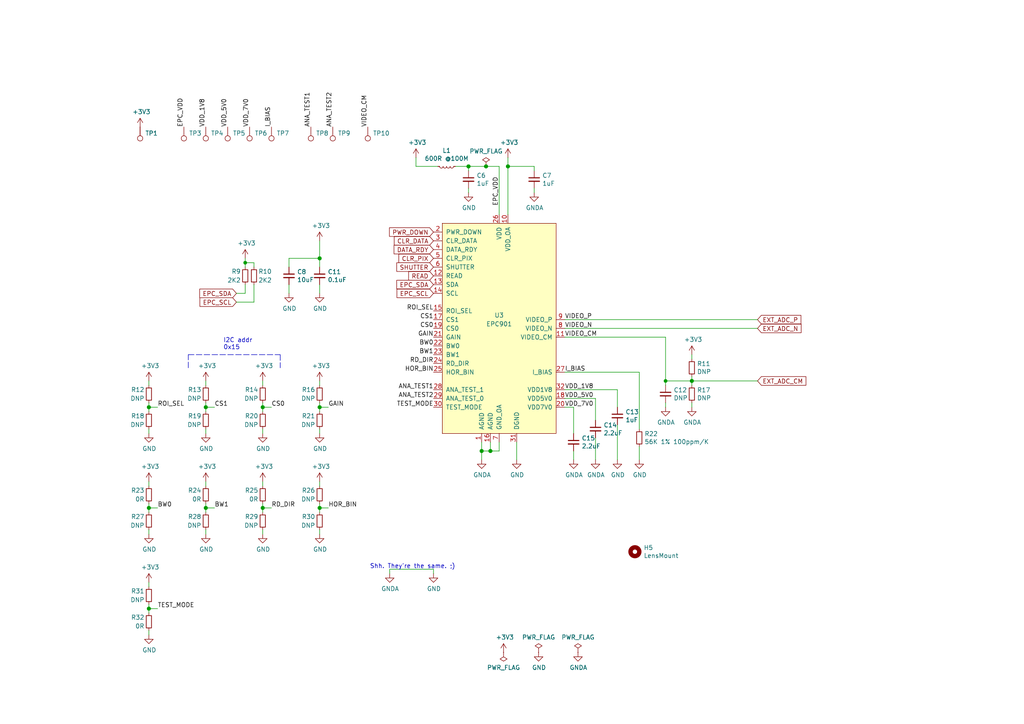
<source format=kicad_sch>
(kicad_sch (version 20210126) (generator eeschema)
  (paper "A4")
  (title_block (title "SYZYGY EPC901 Breakout") (date "2020-12-31") (rev "r0.1") (company "GsD - @gregdavill"))
  (lib_symbols
    (symbol "Connector:TestPoint" (pin_numbers hide) (pin_names (offset 0.762) hide)
      (property "Reference" "TP" (at 0 6.858 0))
      (property "Value" "TestPoint" (at 0 5.08 0))
      (symbol "TestPoint_0_1"
        (circle (center 0 3.302) (radius 0.762))
      )
      (symbol "TestPoint_1_1"
        (pin passive line (at 0 0 90) (length 2.54) (name "1") (number "1"))
      )
    )
    (symbol "Device:C_Small" (pin_numbers hide) (pin_names (offset 0.254) hide)
      (property "Reference" "C" (at 0.254 1.778 0))
      (property "Value" "C_Small" (at 0.254 -2.032 0))
      (symbol "C_Small_0_1"
        (polyline (pts (xy -1.524 -0.508) (xy 1.524 -0.508)) (stroke (width 0.3302)))
        (polyline (pts (xy -1.524 0.508) (xy 1.524 0.508)) (stroke (width 0.3048)))
      )
      (symbol "C_Small_1_1"
        (pin passive line (at 0 2.54 270) (length 2.032) (name "~") (number "1"))
        (pin passive line (at 0 -2.54 90) (length 2.032) (name "~") (number "2"))
      )
    )
    (symbol "Device:L_Small" (pin_numbers hide) (pin_names (offset 0.254) hide)
      (property "Reference" "L" (at 0.762 1.016 0))
      (property "Value" "L_Small" (at 0.762 -1.016 0))
      (symbol "L_Small_0_1"
        (arc (start 0 -2.032) (end 0 -1.016) (radius (at 0 -1.524) (length 0.508) (angles -89.9 89.9)))
        (arc (start 0 -1.016) (end 0 0) (radius (at 0 -0.508) (length 0.508) (angles -89.9 89.9)))
        (arc (start 0 0) (end 0 1.016) (radius (at 0 0.508) (length 0.508) (angles -89.9 89.9)))
        (arc (start 0 1.016) (end 0 2.032) (radius (at 0 1.524) (length 0.508) (angles -89.9 89.9)))
      )
      (symbol "L_Small_1_1"
        (pin passive line (at 0 2.54 270) (length 0.508) (name "~") (number "1"))
        (pin passive line (at 0 -2.54 90) (length 0.508) (name "~") (number "2"))
      )
    )
    (symbol "Device:R_Small" (pin_numbers hide) (pin_names (offset 0.254) hide)
      (property "Reference" "R" (at 0.762 0.508 0))
      (property "Value" "R_Small" (at 0.762 -1.016 0))
      (symbol "R_Small_0_1"
        (rectangle (start -0.762 1.778) (end 0.762 -1.778) (stroke (width 0.2032)))
      )
      (symbol "R_Small_1_1"
        (pin passive line (at 0 2.54 270) (length 0.762) (name "~") (number "1"))
        (pin passive line (at 0 -2.54 90) (length 0.762) (name "~") (number "2"))
      )
    )
    (symbol "Mechanical:MountingHole" (pin_names (offset 1.016))
      (property "Reference" "H" (at 0 5.08 0))
      (property "Value" "MountingHole" (at 0 3.175 0))
      (symbol "MountingHole_0_1"
        (circle (center 0 0) (radius 1.27) (stroke (width 1.27)))
      )
    )
    (symbol "epc901:EPC901-alt" (pin_names (offset 1.016))
      (property "Reference" "U" (at 0 -1.27 0))
      (property "Value" "EPC901-alt" (at 0 1.27 0))
      (symbol "EPC901-alt_0_1"
        (rectangle (start -16.51 -30.48) (end 16.51 30.48) (fill (type background)))
      )
      (symbol "EPC901-alt_1_1"
        (pin power_in line (at -5.08 -33.02 90) (length 2.54) (name "AGND") (number "1"))
        (pin power_in line (at 2.54 33.02 270) (length 2.54) (name "VDD_OA") (number "10"))
        (pin input line (at 19.05 -2.54 180) (length 2.54) (name "VIDEO_CM") (number "11"))
        (pin input line (at -19.05 15.24 0) (length 2.54) (name "READ") (number "12"))
        (pin bidirectional line (at -19.05 12.7 0) (length 2.54) (name "SDA") (number "13"))
        (pin input line (at -19.05 10.16 0) (length 2.54) (name "SCL") (number "14"))
        (pin input line (at -19.05 5.08 0) (length 2.54) (name "ROI_SEL") (number "15"))
        (pin power_in line (at -2.54 -33.02 90) (length 2.54) (name "AGND") (number "16"))
        (pin input line (at -19.05 2.54 0) (length 2.54) (name "CS1") (number "17"))
        (pin passive line (at 19.05 -20.32 180) (length 2.54) (name "VDD5V0") (number "18"))
        (pin input line (at -19.05 0 0) (length 2.54) (name "CS0") (number "19"))
        (pin input line (at -19.05 27.94 0) (length 2.54) (name "PWR_DOWN") (number "2"))
        (pin passive line (at 19.05 -22.86 180) (length 2.54) (name "VDD7V0") (number "20"))
        (pin input line (at -19.05 -2.54 0) (length 2.54) (name "GAIN") (number "21"))
        (pin input line (at -19.05 -5.08 0) (length 2.54) (name "BW0") (number "22"))
        (pin input line (at -19.05 -7.62 0) (length 2.54) (name "BW1") (number "23"))
        (pin input line (at -19.05 -10.16 0) (length 2.54) (name "RD_DIR") (number "24"))
        (pin input line (at -19.05 -12.7 0) (length 2.54) (name "HOR_BIN") (number "25"))
        (pin power_in line (at 0 33.02 270) (length 2.54) (name "VDD") (number "26"))
        (pin input line (at 19.05 -12.7 180) (length 2.54) (name "I_BIAS") (number "27"))
        (pin output line (at -19.05 -17.78 0) (length 2.54) (name "ANA_TEST_1") (number "28"))
        (pin output line (at -19.05 -20.32 0) (length 2.54) (name "ANA_TEST_0") (number "29"))
        (pin input line (at -19.05 25.4 0) (length 2.54) (name "CLR_DATA") (number "3"))
        (pin input line (at -19.05 -22.86 0) (length 2.54) (name "TEST_MODE") (number "30"))
        (pin power_in line (at 5.08 -33.02 90) (length 2.54) (name "DGND") (number "31"))
        (pin passive line (at 19.05 -17.78 180) (length 2.54) (name "VDD1V8") (number "32"))
        (pin output line (at -19.05 22.86 0) (length 2.54) (name "DATA_RDY") (number "4"))
        (pin input line (at -19.05 20.32 0) (length 2.54) (name "CLR_PIX") (number "5"))
        (pin input line (at -19.05 17.78 0) (length 2.54) (name "SHUTTER") (number "6"))
        (pin power_in line (at 0 -33.02 90) (length 2.54) (name "GND_OA") (number "7"))
        (pin output line (at 19.05 0 180) (length 2.54) (name "VIDEO_N") (number "8"))
        (pin output line (at 19.05 2.54 180) (length 2.54) (name "VIDEO_P") (number "9"))
      )
    )
    (symbol "power:+3.3V" (power) (pin_names (offset 0))
      (property "Value" "+3.3V" (at 0 3.556 0))
      (symbol "+3.3V_0_1"
        (polyline (pts (xy -0.762 1.27) (xy 0 2.54)))
        (polyline (pts (xy 0 0) (xy 0 2.54)))
        (polyline (pts (xy 0 2.54) (xy 0.762 1.27)))
      )
      (symbol "+3.3V_1_1"
        (pin power_in line (at 0 0 90) (length 0) hide (name "+3V3") (number "1"))
      )
    )
    (symbol "power:GND" (power) (pin_names (offset 0))
      (property "Value" "GND" (at 0 -3.81 0))
      (symbol "GND_0_1"
        (polyline (pts (xy 0 0) (xy 0 -1.27) (xy 1.27 -1.27) (xy 0 -2.54) (xy -1.27 -1.27) (xy 0 -1.27)))
      )
      (symbol "GND_1_1"
        (pin power_in line (at 0 0 270) (length 0) hide (name "GND") (number "1"))
      )
    )
    (symbol "power:GNDA" (power) (pin_names (offset 0))
      (property "Value" "GNDA" (at 0 -3.81 0))
      (symbol "GNDA_0_1"
        (polyline (pts (xy 0 0) (xy 0 -1.27) (xy 1.27 -1.27) (xy 0 -2.54) (xy -1.27 -1.27) (xy 0 -1.27)))
      )
      (symbol "GNDA_1_1"
        (pin power_in line (at 0 0 270) (length 0) hide (name "GNDA") (number "1"))
      )
    )
    (symbol "power:PWR_FLAG" (power) (pin_numbers hide) (pin_names (offset 0) hide)
      (property "Value" "PWR_FLAG" (at 0 3.81 0))
      (symbol "PWR_FLAG_0_0"
        (pin power_out line (at 0 0 90) (length 0) (name "pwr") (number "1"))
      )
      (symbol "PWR_FLAG_0_1"
        (polyline (pts (xy 0 0) (xy 0 1.27) (xy -1.016 1.905) (xy 0 2.54) (xy 1.016 1.905) (xy 0 1.27)))
      )
    )
  )
  (junction (at 43.18 118.11) (diameter 1.016))
  (junction (at 43.18 147.32) (diameter 1.016))
  (junction (at 43.18 176.53) (diameter 1.016))
  (junction (at 59.69 118.11) (diameter 1.016))
  (junction (at 59.69 147.32) (diameter 1.016))
  (junction (at 71.12 76.2) (diameter 0.9144))
  (junction (at 76.2 118.11) (diameter 1.016))
  (junction (at 76.2 147.32) (diameter 1.016))
  (junction (at 92.71 74.93) (diameter 1.016))
  (junction (at 92.71 118.11) (diameter 1.016))
  (junction (at 92.71 147.32) (diameter 1.016))
  (junction (at 135.89 48.26) (diameter 1.016))
  (junction (at 139.7 130.81) (diameter 1.016))
  (junction (at 140.97 48.26) (diameter 1.016))
  (junction (at 142.24 130.81) (diameter 1.016))
  (junction (at 147.32 48.26) (diameter 1.016))
  (junction (at 193.04 110.49) (diameter 0.9144))
  (junction (at 200.66 110.49) (diameter 1.016))
  (wire (pts (xy 43.18 111.76) (xy 43.18 110.49)))
  (wire (pts (xy 43.18 116.84) (xy 43.18 118.11)))
  (wire (pts (xy 43.18 118.11) (xy 43.18 119.38)))
  (wire (pts (xy 43.18 118.11) (xy 45.72 118.11)))
  (wire (pts (xy 43.18 125.73) (xy 43.18 124.46)))
  (wire (pts (xy 43.18 140.97) (xy 43.18 139.7)))
  (wire (pts (xy 43.18 146.05) (xy 43.18 147.32)))
  (wire (pts (xy 43.18 147.32) (xy 43.18 148.59)))
  (wire (pts (xy 43.18 147.32) (xy 45.72 147.32)))
  (wire (pts (xy 43.18 154.94) (xy 43.18 153.67)))
  (wire (pts (xy 43.18 170.18) (xy 43.18 168.91)))
  (wire (pts (xy 43.18 175.26) (xy 43.18 176.53)))
  (wire (pts (xy 43.18 176.53) (xy 43.18 177.8)))
  (wire (pts (xy 43.18 176.53) (xy 45.72 176.53)))
  (wire (pts (xy 43.18 184.15) (xy 43.18 182.88)))
  (wire (pts (xy 59.69 111.76) (xy 59.69 110.49)))
  (wire (pts (xy 59.69 116.84) (xy 59.69 118.11)))
  (wire (pts (xy 59.69 118.11) (xy 59.69 119.38)))
  (wire (pts (xy 59.69 118.11) (xy 62.23 118.11)))
  (wire (pts (xy 59.69 125.73) (xy 59.69 124.46)))
  (wire (pts (xy 59.69 140.97) (xy 59.69 139.7)))
  (wire (pts (xy 59.69 146.05) (xy 59.69 147.32)))
  (wire (pts (xy 59.69 147.32) (xy 59.69 148.59)))
  (wire (pts (xy 59.69 147.32) (xy 62.23 147.32)))
  (wire (pts (xy 59.69 154.94) (xy 59.69 153.67)))
  (wire (pts (xy 71.12 74.93) (xy 71.12 76.2)))
  (wire (pts (xy 71.12 76.2) (xy 71.12 77.47)))
  (wire (pts (xy 71.12 82.55) (xy 71.12 85.09)))
  (wire (pts (xy 71.12 85.09) (xy 68.58 85.09)))
  (wire (pts (xy 73.66 76.2) (xy 71.12 76.2)))
  (wire (pts (xy 73.66 77.47) (xy 73.66 76.2)))
  (wire (pts (xy 73.66 82.55) (xy 73.66 87.63)))
  (wire (pts (xy 73.66 87.63) (xy 68.58 87.63)))
  (wire (pts (xy 76.2 111.76) (xy 76.2 110.49)))
  (wire (pts (xy 76.2 116.84) (xy 76.2 118.11)))
  (wire (pts (xy 76.2 118.11) (xy 76.2 119.38)))
  (wire (pts (xy 76.2 118.11) (xy 78.74 118.11)))
  (wire (pts (xy 76.2 125.73) (xy 76.2 124.46)))
  (wire (pts (xy 76.2 140.97) (xy 76.2 139.7)))
  (wire (pts (xy 76.2 146.05) (xy 76.2 147.32)))
  (wire (pts (xy 76.2 147.32) (xy 76.2 148.59)))
  (wire (pts (xy 76.2 147.32) (xy 78.74 147.32)))
  (wire (pts (xy 76.2 154.94) (xy 76.2 153.67)))
  (wire (pts (xy 83.82 74.93) (xy 92.71 74.93)))
  (wire (pts (xy 83.82 77.47) (xy 83.82 74.93)))
  (wire (pts (xy 83.82 82.55) (xy 83.82 85.09)))
  (wire (pts (xy 92.71 74.93) (xy 92.71 69.85)))
  (wire (pts (xy 92.71 77.47) (xy 92.71 74.93)))
  (wire (pts (xy 92.71 82.55) (xy 92.71 85.09)))
  (wire (pts (xy 92.71 111.76) (xy 92.71 110.49)))
  (wire (pts (xy 92.71 116.84) (xy 92.71 118.11)))
  (wire (pts (xy 92.71 118.11) (xy 92.71 119.38)))
  (wire (pts (xy 92.71 118.11) (xy 95.25 118.11)))
  (wire (pts (xy 92.71 125.73) (xy 92.71 124.46)))
  (wire (pts (xy 92.71 140.97) (xy 92.71 139.7)))
  (wire (pts (xy 92.71 146.05) (xy 92.71 147.32)))
  (wire (pts (xy 92.71 147.32) (xy 92.71 148.59)))
  (wire (pts (xy 92.71 147.32) (xy 95.25 147.32)))
  (wire (pts (xy 92.71 154.94) (xy 92.71 153.67)))
  (wire (pts (xy 113.03 165.1) (xy 125.73 165.1)))
  (wire (pts (xy 113.03 166.37) (xy 113.03 165.1)))
  (wire (pts (xy 120.65 48.26) (xy 120.65 45.72)))
  (wire (pts (xy 125.73 165.1) (xy 125.73 166.37)))
  (wire (pts (xy 127 48.26) (xy 120.65 48.26)))
  (wire (pts (xy 135.89 48.26) (xy 132.08 48.26)))
  (wire (pts (xy 135.89 49.53) (xy 135.89 48.26)))
  (wire (pts (xy 135.89 55.88) (xy 135.89 54.61)))
  (wire (pts (xy 139.7 130.81) (xy 139.7 128.27)))
  (wire (pts (xy 139.7 130.81) (xy 142.24 130.81)))
  (wire (pts (xy 139.7 133.35) (xy 139.7 130.81)))
  (wire (pts (xy 140.97 48.26) (xy 135.89 48.26)))
  (wire (pts (xy 142.24 130.81) (xy 142.24 128.27)))
  (wire (pts (xy 142.24 130.81) (xy 144.78 130.81)))
  (wire (pts (xy 144.78 48.26) (xy 140.97 48.26)))
  (wire (pts (xy 144.78 62.23) (xy 144.78 48.26)))
  (wire (pts (xy 144.78 130.81) (xy 144.78 128.27)))
  (wire (pts (xy 147.32 48.26) (xy 147.32 45.72)))
  (wire (pts (xy 147.32 62.23) (xy 147.32 48.26)))
  (wire (pts (xy 149.86 128.27) (xy 149.86 133.35)))
  (wire (pts (xy 154.94 48.26) (xy 147.32 48.26)))
  (wire (pts (xy 154.94 49.53) (xy 154.94 48.26)))
  (wire (pts (xy 154.94 55.88) (xy 154.94 54.61)))
  (wire (pts (xy 163.83 92.71) (xy 219.71 92.71)))
  (wire (pts (xy 163.83 95.25) (xy 219.71 95.25)))
  (wire (pts (xy 163.83 97.79) (xy 193.04 97.79)))
  (wire (pts (xy 163.83 107.95) (xy 185.42 107.95)))
  (wire (pts (xy 163.83 113.03) (xy 179.07 113.03)))
  (wire (pts (xy 163.83 115.57) (xy 172.72 115.57)))
  (wire (pts (xy 163.83 118.11) (xy 166.37 118.11)))
  (wire (pts (xy 166.37 125.73) (xy 166.37 118.11)))
  (wire (pts (xy 166.37 133.35) (xy 166.37 130.81)))
  (wire (pts (xy 172.72 115.57) (xy 172.72 121.92)))
  (wire (pts (xy 172.72 127) (xy 172.72 133.35)))
  (wire (pts (xy 179.07 113.03) (xy 179.07 118.11)))
  (wire (pts (xy 179.07 123.19) (xy 179.07 133.35)))
  (wire (pts (xy 185.42 107.95) (xy 185.42 124.46)))
  (wire (pts (xy 185.42 133.35) (xy 185.42 129.54)))
  (wire (pts (xy 193.04 97.79) (xy 193.04 110.49)))
  (wire (pts (xy 193.04 110.49) (xy 193.04 111.76)))
  (wire (pts (xy 193.04 110.49) (xy 200.66 110.49)))
  (wire (pts (xy 193.04 116.84) (xy 193.04 118.11)))
  (wire (pts (xy 200.66 104.14) (xy 200.66 102.87)))
  (wire (pts (xy 200.66 110.49) (xy 200.66 109.22)))
  (wire (pts (xy 200.66 110.49) (xy 200.66 111.76)))
  (wire (pts (xy 200.66 110.49) (xy 219.71 110.49)))
  (wire (pts (xy 200.66 116.84) (xy 200.66 118.11)))
  (polyline (pts (xy 54.61 102.87) (xy 81.28 102.87)) (stroke (width 0) (type dash)))
  (polyline (pts (xy 54.61 106.68) (xy 54.61 102.87)) (stroke (width 0) (type dash)))
  (polyline (pts (xy 81.28 102.87) (xy 81.28 106.68)) (stroke (width 0) (type dash)))
  (text "I2C addr \n0x15" (at 64.77 101.6 0) (effects (font (size 1.27 1.27)) (justify left bottom)))
  (text "Shh. They're the same. ;)" (at 132.08 165.1 180) (effects (font (size 1.27 1.27)) (justify right bottom)))
  (label "ROI_SEL" (at 45.72 118.11 0))
  (label "BW0" (at 45.72 147.32 0))
  (label "TEST_MODE" (at 45.72 176.53 0))
  (label "EPC_VDD" (at 53.34 36.83 90))
  (label "VDD_1V8" (at 59.69 36.83 90))
  (label "CS1" (at 62.23 118.11 0))
  (label "BW1" (at 62.23 147.32 0))
  (label "VDD_5V0" (at 66.04 36.83 90))
  (label "VDD_7V0" (at 72.39 36.83 90))
  (label "I_BIAS" (at 78.74 36.83 90))
  (label "CS0" (at 78.74 118.11 0))
  (label "RD_DIR" (at 78.74 147.32 0))
  (label "ANA_TEST1" (at 90.17 36.83 90))
  (label "GAIN" (at 95.25 118.11 0))
  (label "HOR_BIN" (at 95.25 147.32 0))
  (label "ANA_TEST2" (at 96.52 36.83 90))
  (label "VIDEO_CM" (at 106.68 36.83 90))
  (label "ROI_SEL" (at 125.73 90.17 180))
  (label "CS1" (at 125.73 92.71 180))
  (label "CS0" (at 125.73 95.25 180))
  (label "GAIN" (at 125.73 97.79 180))
  (label "BW0" (at 125.73 100.33 180))
  (label "BW1" (at 125.73 102.87 180))
  (label "RD_DIR" (at 125.73 105.41 180))
  (label "HOR_BIN" (at 125.73 107.95 180))
  (label "ANA_TEST1" (at 125.73 113.03 180))
  (label "ANA_TEST2" (at 125.73 115.57 180))
  (label "TEST_MODE" (at 125.73 118.11 180))
  (label "EPC_VDD" (at 144.78 59.69 90))
  (label "VIDEO_P" (at 163.83 92.71 0))
  (label "VIDEO_N" (at 163.83 95.25 0))
  (label "VIDEO_CM" (at 163.83 97.79 0))
  (label "I_BIAS" (at 163.83 107.95 0))
  (label "VDD_1V8" (at 163.83 113.03 0))
  (label "VDD_5V0" (at 163.83 115.57 0))
  (label "VDD_7V0" (at 163.83 118.11 0))
  (global_label "EPC_SDA" (shape input) (at 68.58 85.09 180) (property "Intersheet References" "${INTERSHEET_REFS}" (effects hide)))
  (global_label "EPC_SCL" (shape input) (at 68.58 87.63 180) (property "Intersheet References" "${INTERSHEET_REFS}" (effects hide)))
  (global_label "PWR_DOWN" (shape input) (at 125.73 67.31 180) (property "Intersheet References" "${INTERSHEET_REFS}" (effects hide)))
  (global_label "CLR_DATA" (shape input) (at 125.73 69.85 180) (property "Intersheet References" "${INTERSHEET_REFS}" (effects hide)))
  (global_label "DATA_RDY" (shape input) (at 125.73 72.39 180) (property "Intersheet References" "${INTERSHEET_REFS}" (effects hide)))
  (global_label "CLR_PIX" (shape input) (at 125.73 74.93 180) (property "Intersheet References" "${INTERSHEET_REFS}" (effects hide)))
  (global_label "SHUTTER" (shape input) (at 125.73 77.47 180) (property "Intersheet References" "${INTERSHEET_REFS}" (effects hide)))
  (global_label "READ" (shape input) (at 125.73 80.01 180) (property "Intersheet References" "${INTERSHEET_REFS}" (effects hide)))
  (global_label "EPC_SDA" (shape input) (at 125.73 82.55 180) (property "Intersheet References" "${INTERSHEET_REFS}" (effects hide)))
  (global_label "EPC_SCL" (shape input) (at 125.73 85.09 180) (property "Intersheet References" "${INTERSHEET_REFS}" (effects hide)))
  (global_label "EXT_ADC_P" (shape input) (at 219.71 92.71 0) (property "Intersheet References" "${INTERSHEET_REFS}" (effects hide)))
  (global_label "EXT_ADC_N" (shape input) (at 219.71 95.25 0) (property "Intersheet References" "${INTERSHEET_REFS}" (effects hide)))
  (global_label "EXT_ADC_CM" (shape input) (at 219.71 110.49 0) (property "Intersheet References" "${INTERSHEET_REFS}" (effects hide)))
  (symbol (lib_id "Device:L_Small") (at 129.54 48.26 270) (unit 1)
    (property "Reference" "L1" (at 129.54 43.6626 90))
    (property "Value" "600R @100M" (at 129.54 45.974 90))
    (property "Footprint" "Inductor_SMD:L_0402_1005Metric" (effects hide))
    (property "Mfg" "Murata Electronics" (effects hide))
    (property "PN" "BLM15HG601SN1D" (effects hide))
  )
  (symbol (lib_id "power:PWR_FLAG") (at 140.97 48.26 0) (unit 1)
    (property "Reference" "#FLG0104" (effects hide))
    (property "Value" "PWR_FLAG" (at 140.97 43.8658 0))
  )
  (symbol (lib_id "power:PWR_FLAG") (at 146.05 189.23 180) (unit 1)
    (property "Reference" "#FLG0103" (effects hide))
    (property "Value" "PWR_FLAG" (at 146.05 193.6242 0))
  )
  (symbol (lib_id "power:PWR_FLAG") (at 156.21 189.23 0) (unit 1)
    (property "Reference" "#FLG0102" (effects hide))
    (property "Value" "PWR_FLAG" (at 156.21 184.8358 0))
  )
  (symbol (lib_id "power:PWR_FLAG") (at 167.64 189.23 0) (unit 1)
    (property "Reference" "#FLG0101" (effects hide))
    (property "Value" "PWR_FLAG" (at 167.64 184.8358 0))
  )
  (symbol (lib_id "Connector:TestPoint") (at 40.64 36.83 180) (unit 1)
    (property "Reference" "TP1" (at 42.1132 38.6588 0) (effects (justify right)))
    (property "Value" "TestPoint" (effects hide))
    (property "Footprint" "TestPoint:TestPoint_Pad_D1.0mm" (effects hide))
  )
  (symbol (lib_id "Connector:TestPoint") (at 53.34 36.83 180) (unit 1)
    (property "Reference" "TP3" (at 54.8132 38.6588 0) (effects (justify right)))
    (property "Value" "TestPoint" (effects hide))
    (property "Footprint" "TestPoint:TestPoint_Pad_D1.0mm" (effects hide))
  )
  (symbol (lib_id "Connector:TestPoint") (at 59.69 36.83 180) (unit 1)
    (property "Reference" "TP4" (at 61.1632 38.6588 0) (effects (justify right)))
    (property "Value" "TestPoint" (effects hide))
    (property "Footprint" "TestPoint:TestPoint_Pad_D1.0mm" (effects hide))
  )
  (symbol (lib_id "Connector:TestPoint") (at 66.04 36.83 180) (unit 1)
    (property "Reference" "TP5" (at 67.5132 38.6588 0) (effects (justify right)))
    (property "Value" "TestPoint" (effects hide))
    (property "Footprint" "TestPoint:TestPoint_Pad_D1.0mm" (effects hide))
  )
  (symbol (lib_id "Connector:TestPoint") (at 72.39 36.83 180) (unit 1)
    (property "Reference" "TP6" (at 73.8632 38.6588 0) (effects (justify right)))
    (property "Value" "TestPoint" (effects hide))
    (property "Footprint" "TestPoint:TestPoint_Pad_D1.0mm" (effects hide))
  )
  (symbol (lib_id "Connector:TestPoint") (at 78.74 36.83 180) (unit 1)
    (property "Reference" "TP7" (at 80.2132 38.6588 0) (effects (justify right)))
    (property "Value" "TestPoint" (effects hide))
    (property "Footprint" "TestPoint:TestPoint_Pad_D1.0mm" (effects hide))
  )
  (symbol (lib_id "Connector:TestPoint") (at 90.17 36.83 180) (unit 1)
    (property "Reference" "TP8" (at 91.6432 38.6588 0) (effects (justify right)))
    (property "Value" "TestPoint" (effects hide))
    (property "Footprint" "TestPoint:TestPoint_Pad_D1.0mm" (effects hide))
  )
  (symbol (lib_id "Connector:TestPoint") (at 96.52 36.83 180) (unit 1)
    (property "Reference" "TP9" (at 97.9932 38.6588 0) (effects (justify right)))
    (property "Value" "TestPoint" (effects hide))
    (property "Footprint" "TestPoint:TestPoint_Pad_D1.0mm" (effects hide))
  )
  (symbol (lib_id "Connector:TestPoint") (at 106.68 36.83 180) (unit 1)
    (property "Reference" "TP10" (at 108.1532 38.6588 0) (effects (justify right)))
    (property "Value" "TestPoint" (effects hide))
    (property "Footprint" "TestPoint:TestPoint_Pad_D1.0mm" (effects hide))
  )
  (symbol (lib_id "power:+3.3V") (at 40.64 36.83 0) (unit 1)
    (property "Reference" "#PWR0130" (effects hide))
    (property "Value" "+3.3V" (at 41.021 32.4358 0))
  )
  (symbol (lib_id "power:+3.3V") (at 43.18 110.49 0) (unit 1)
    (property "Reference" "#PWR0147" (effects hide))
    (property "Value" "+3.3V" (at 43.561 106.0958 0))
  )
  (symbol (lib_id "power:+3.3V") (at 43.18 139.7 0) (unit 1)
    (property "Reference" "#PWR0146" (effects hide))
    (property "Value" "+3.3V" (at 43.561 135.3058 0))
  )
  (symbol (lib_id "power:+3.3V") (at 43.18 168.91 0) (unit 1)
    (property "Reference" "#PWR0148" (effects hide))
    (property "Value" "+3.3V" (at 43.561 164.5158 0))
  )
  (symbol (lib_id "power:+3.3V") (at 59.69 110.49 0) (unit 1)
    (property "Reference" "#PWR0125" (effects hide))
    (property "Value" "+3.3V" (at 60.071 106.0958 0))
  )
  (symbol (lib_id "power:+3.3V") (at 59.69 139.7 0) (unit 1)
    (property "Reference" "#PWR0123" (effects hide))
    (property "Value" "+3.3V" (at 60.071 135.3058 0))
  )
  (symbol (lib_id "power:+3.3V") (at 71.12 74.93 0) (unit 1)
    (property "Reference" "#PWR0131" (effects hide))
    (property "Value" "+3.3V" (at 71.501 70.5358 0))
  )
  (symbol (lib_id "power:+3.3V") (at 76.2 110.49 0) (unit 1)
    (property "Reference" "#PWR0124" (effects hide))
    (property "Value" "+3.3V" (at 76.581 106.0958 0))
  )
  (symbol (lib_id "power:+3.3V") (at 76.2 139.7 0) (unit 1)
    (property "Reference" "#PWR0122" (effects hide))
    (property "Value" "+3.3V" (at 76.581 135.3058 0))
  )
  (symbol (lib_id "power:+3.3V") (at 92.71 69.85 0) (unit 1)
    (property "Reference" "#PWR0128" (effects hide))
    (property "Value" "+3.3V" (at 93.091 65.4558 0))
  )
  (symbol (lib_id "power:+3.3V") (at 92.71 110.49 0) (unit 1)
    (property "Reference" "#PWR0121" (effects hide))
    (property "Value" "+3.3V" (at 93.091 106.0958 0))
  )
  (symbol (lib_id "power:+3.3V") (at 92.71 139.7 0) (unit 1)
    (property "Reference" "#PWR0126" (effects hide))
    (property "Value" "+3.3V" (at 93.091 135.3058 0))
  )
  (symbol (lib_id "power:+3.3V") (at 120.65 45.72 0) (unit 1)
    (property "Reference" "#PWR0129" (effects hide))
    (property "Value" "+3.3V" (at 121.031 41.3258 0))
  )
  (symbol (lib_id "power:+3.3V") (at 146.05 189.23 0) (unit 1)
    (property "Reference" "#PWR0116" (effects hide))
    (property "Value" "+3.3V" (at 146.431 184.8358 0))
  )
  (symbol (lib_id "power:+3.3V") (at 147.32 45.72 0) (unit 1)
    (property "Reference" "#PWR0110" (effects hide))
    (property "Value" "+3.3V" (at 147.701 41.3258 0))
  )
  (symbol (lib_id "power:+3.3V") (at 200.66 102.87 0) (unit 1)
    (property "Reference" "#PWR0140" (effects hide))
    (property "Value" "+3.3V" (at 201.041 98.4758 0))
  )
  (symbol (lib_id "power:GND") (at 43.18 125.73 0) (unit 1)
    (property "Reference" "#PWR0145" (effects hide))
    (property "Value" "GND" (at 43.307 130.1242 0))
  )
  (symbol (lib_id "power:GND") (at 43.18 154.94 0) (unit 1)
    (property "Reference" "#PWR0144" (effects hide))
    (property "Value" "GND" (at 43.307 159.3342 0))
  )
  (symbol (lib_id "power:GND") (at 43.18 184.15 0) (unit 1)
    (property "Reference" "#PWR0112" (effects hide))
    (property "Value" "GND" (at 43.307 188.5442 0))
  )
  (symbol (lib_id "power:GND") (at 59.69 125.73 0) (unit 1)
    (property "Reference" "#PWR0120" (effects hide))
    (property "Value" "GND" (at 59.817 130.1242 0))
  )
  (symbol (lib_id "power:GND") (at 59.69 154.94 0) (unit 1)
    (property "Reference" "#PWR0143" (effects hide))
    (property "Value" "GND" (at 59.817 159.3342 0))
  )
  (symbol (lib_id "power:GND") (at 76.2 125.73 0) (unit 1)
    (property "Reference" "#PWR0119" (effects hide))
    (property "Value" "GND" (at 76.327 130.1242 0))
  )
  (symbol (lib_id "power:GND") (at 76.2 154.94 0) (unit 1)
    (property "Reference" "#PWR0111" (effects hide))
    (property "Value" "GND" (at 76.327 159.3342 0))
  )
  (symbol (lib_id "power:GND") (at 83.82 85.09 0) (unit 1)
    (property "Reference" "#PWR0139" (effects hide))
    (property "Value" "GND" (at 83.947 89.4842 0))
  )
  (symbol (lib_id "power:GND") (at 92.71 85.09 0) (unit 1)
    (property "Reference" "#PWR0138" (effects hide))
    (property "Value" "GND" (at 92.837 89.4842 0))
  )
  (symbol (lib_id "power:GND") (at 92.71 125.73 0) (unit 1)
    (property "Reference" "#PWR0127" (effects hide))
    (property "Value" "GND" (at 92.837 130.1242 0))
  )
  (symbol (lib_id "power:GND") (at 92.71 154.94 0) (unit 1)
    (property "Reference" "#PWR0113" (effects hide))
    (property "Value" "GND" (at 92.837 159.3342 0))
  )
  (symbol (lib_id "power:GNDA") (at 113.03 166.37 0) (unit 1)
    (property "Reference" "#PWR0114" (effects hide))
    (property "Value" "GNDA" (at 113.157 170.7642 0))
  )
  (symbol (lib_id "power:GND") (at 125.73 166.37 0) (unit 1)
    (property "Reference" "#PWR0115" (effects hide))
    (property "Value" "GND" (at 125.857 170.7642 0))
  )
  (symbol (lib_id "power:GND") (at 135.89 55.88 0) (unit 1)
    (property "Reference" "#PWR0109" (effects hide))
    (property "Value" "GND" (at 136.017 60.2742 0))
  )
  (symbol (lib_id "power:GNDA") (at 139.7 133.35 0) (unit 1)
    (property "Reference" "#PWR0132" (effects hide))
    (property "Value" "GNDA" (at 139.827 137.7442 0))
  )
  (symbol (lib_id "power:GND") (at 149.86 133.35 0) (unit 1)
    (property "Reference" "#PWR0133" (effects hide))
    (property "Value" "GND" (at 149.987 137.7442 0))
  )
  (symbol (lib_id "power:GNDA") (at 154.94 55.88 0) (unit 1)
    (property "Reference" "#PWR0108" (effects hide))
    (property "Value" "GNDA" (at 155.067 60.2742 0))
  )
  (symbol (lib_id "power:GND") (at 156.21 189.23 0) (unit 1)
    (property "Reference" "#PWR0117" (effects hide))
    (property "Value" "GND" (at 156.337 193.6242 0))
  )
  (symbol (lib_id "power:GNDA") (at 166.37 133.35 0) (unit 1)
    (property "Reference" "#PWR0134" (effects hide))
    (property "Value" "GNDA" (at 166.497 137.7442 0))
  )
  (symbol (lib_id "power:GNDA") (at 167.64 189.23 0) (unit 1)
    (property "Reference" "#PWR0118" (effects hide))
    (property "Value" "GNDA" (at 167.767 193.6242 0))
  )
  (symbol (lib_id "power:GNDA") (at 172.72 133.35 0) (unit 1)
    (property "Reference" "#PWR0136" (effects hide))
    (property "Value" "GNDA" (at 172.847 137.7442 0))
  )
  (symbol (lib_id "power:GND") (at 179.07 133.35 0) (unit 1)
    (property "Reference" "#PWR0137" (effects hide))
    (property "Value" "GND" (at 179.197 137.7442 0))
  )
  (symbol (lib_id "power:GND") (at 185.42 133.35 0) (unit 1)
    (property "Reference" "#PWR0135" (effects hide))
    (property "Value" "GND" (at 185.547 137.7442 0))
  )
  (symbol (lib_id "power:GNDA") (at 193.04 118.11 0) (unit 1)
    (property "Reference" "#PWR0142" (effects hide))
    (property "Value" "GNDA" (at 193.167 122.5042 0))
  )
  (symbol (lib_id "power:GNDA") (at 200.66 118.11 0) (unit 1)
    (property "Reference" "#PWR0141" (effects hide))
    (property "Value" "GNDA" (at 200.787 122.5042 0))
  )
  (symbol (lib_id "Device:R_Small") (at 43.18 114.3 0) (unit 1)
    (property "Reference" "R12" (at 41.91 113.03 0) (effects (justify right)))
    (property "Value" "DNP" (at 41.91 115.57 0) (effects (justify right)))
    (property "Footprint" "Resistor_SMD:R_0402_1005Metric" (effects hide))
  )
  (symbol (lib_id "Device:R_Small") (at 43.18 121.92 0) (unit 1)
    (property "Reference" "R18" (at 41.91 120.65 0) (effects (justify right)))
    (property "Value" "DNP" (at 41.91 123.19 0) (effects (justify right)))
    (property "Footprint" "Resistor_SMD:R_0402_1005Metric" (effects hide))
  )
  (symbol (lib_id "Device:R_Small") (at 43.18 143.51 0) (unit 1)
    (property "Reference" "R23" (at 41.91 142.24 0) (effects (justify right)))
    (property "Value" "0R" (at 41.91 144.78 0) (effects (justify right)))
    (property "Footprint" "Resistor_SMD:R_0402_1005Metric" (effects hide))
    (property "Mfg" "Yageo" (effects hide))
    (property "PN" "AC0402FR-070RL" (effects hide))
  )
  (symbol (lib_id "Device:R_Small") (at 43.18 151.13 0) (unit 1)
    (property "Reference" "R27" (at 41.91 149.86 0) (effects (justify right)))
    (property "Value" "DNP" (at 41.91 152.4 0) (effects (justify right)))
    (property "Footprint" "Resistor_SMD:R_0402_1005Metric" (effects hide))
  )
  (symbol (lib_id "Device:R_Small") (at 43.18 172.72 0) (unit 1)
    (property "Reference" "R31" (at 41.91 171.45 0) (effects (justify right)))
    (property "Value" "DNP" (at 41.91 173.99 0) (effects (justify right)))
    (property "Footprint" "Resistor_SMD:R_0402_1005Metric" (effects hide))
  )
  (symbol (lib_id "Device:R_Small") (at 43.18 180.34 0) (unit 1)
    (property "Reference" "R32" (at 41.91 179.07 0) (effects (justify right)))
    (property "Value" "0R" (at 41.91 181.61 0) (effects (justify right)))
    (property "Footprint" "Resistor_SMD:R_0402_1005Metric" (effects hide))
    (property "Mfg" "Yageo" (effects hide))
    (property "PN" "AC0402FR-070RL" (effects hide))
  )
  (symbol (lib_id "Device:R_Small") (at 59.69 114.3 0) (unit 1)
    (property "Reference" "R13" (at 58.42 113.03 0) (effects (justify right)))
    (property "Value" "DNP" (at 58.42 115.57 0) (effects (justify right)))
    (property "Footprint" "Resistor_SMD:R_0402_1005Metric" (effects hide))
  )
  (symbol (lib_id "Device:R_Small") (at 59.69 121.92 0) (unit 1)
    (property "Reference" "R19" (at 58.42 120.65 0) (effects (justify right)))
    (property "Value" "DNP" (at 58.42 123.19 0) (effects (justify right)))
    (property "Footprint" "Resistor_SMD:R_0402_1005Metric" (effects hide))
  )
  (symbol (lib_id "Device:R_Small") (at 59.69 143.51 0) (unit 1)
    (property "Reference" "R24" (at 58.42 142.24 0) (effects (justify right)))
    (property "Value" "0R" (at 58.42 144.78 0) (effects (justify right)))
    (property "Footprint" "Resistor_SMD:R_0402_1005Metric" (effects hide))
    (property "Mfg" "Yageo" (effects hide))
    (property "PN" "AC0402FR-070RL" (effects hide))
  )
  (symbol (lib_id "Device:R_Small") (at 59.69 151.13 0) (unit 1)
    (property "Reference" "R28" (at 58.42 149.86 0) (effects (justify right)))
    (property "Value" "DNP" (at 58.42 152.4 0) (effects (justify right)))
    (property "Footprint" "Resistor_SMD:R_0402_1005Metric" (effects hide))
  )
  (symbol (lib_id "Device:R_Small") (at 71.12 80.01 0) (unit 1)
    (property "Reference" "R9" (at 69.85 78.74 0) (effects (justify right)))
    (property "Value" "2K2" (at 69.85 81.28 0) (effects (justify right)))
    (property "Footprint" "Resistor_SMD:R_0402_1005Metric" (effects hide))
    (property "Mfg" "Yageo" (effects hide))
    (property "PN" "AC0402FR-072K2L" (effects hide))
  )
  (symbol (lib_id "Device:R_Small") (at 73.66 80.01 0) (mirror y) (unit 1)
    (property "Reference" "R10" (at 74.93 78.74 0) (effects (justify right)))
    (property "Value" "2K2" (at 74.93 81.28 0) (effects (justify right)))
    (property "Footprint" "Resistor_SMD:R_0402_1005Metric" (effects hide))
    (property "Mfg" "Yageo" (effects hide))
    (property "PN" "AC0402FR-072K2L" (effects hide))
  )
  (symbol (lib_id "Device:R_Small") (at 76.2 114.3 0) (unit 1)
    (property "Reference" "R14" (at 74.93 113.03 0) (effects (justify right)))
    (property "Value" "DNP" (at 74.93 115.57 0) (effects (justify right)))
    (property "Footprint" "Resistor_SMD:R_0402_1005Metric" (effects hide))
  )
  (symbol (lib_id "Device:R_Small") (at 76.2 121.92 0) (unit 1)
    (property "Reference" "R20" (at 74.93 120.65 0) (effects (justify right)))
    (property "Value" "DNP" (at 74.93 123.19 0) (effects (justify right)))
    (property "Footprint" "Resistor_SMD:R_0402_1005Metric" (effects hide))
  )
  (symbol (lib_id "Device:R_Small") (at 76.2 143.51 0) (unit 1)
    (property "Reference" "R25" (at 74.93 142.24 0) (effects (justify right)))
    (property "Value" "0R" (at 74.93 144.78 0) (effects (justify right)))
    (property "Footprint" "Resistor_SMD:R_0402_1005Metric" (effects hide))
    (property "Mfg" "Yageo" (effects hide))
    (property "PN" "AC0402FR-070RL" (effects hide))
  )
  (symbol (lib_id "Device:R_Small") (at 76.2 151.13 0) (unit 1)
    (property "Reference" "R29" (at 74.93 149.86 0) (effects (justify right)))
    (property "Value" "DNP" (at 74.93 152.4 0) (effects (justify right)))
    (property "Footprint" "Resistor_SMD:R_0402_1005Metric" (effects hide))
  )
  (symbol (lib_id "Device:R_Small") (at 92.71 114.3 0) (unit 1)
    (property "Reference" "R16" (at 91.44 113.03 0) (effects (justify right)))
    (property "Value" "DNP" (at 91.44 115.57 0) (effects (justify right)))
    (property "Footprint" "Resistor_SMD:R_0402_1005Metric" (effects hide))
  )
  (symbol (lib_id "Device:R_Small") (at 92.71 121.92 0) (unit 1)
    (property "Reference" "R21" (at 91.44 120.65 0) (effects (justify right)))
    (property "Value" "DNP" (at 91.44 123.19 0) (effects (justify right)))
    (property "Footprint" "Resistor_SMD:R_0402_1005Metric" (effects hide))
  )
  (symbol (lib_id "Device:R_Small") (at 92.71 143.51 0) (unit 1)
    (property "Reference" "R26" (at 91.44 142.24 0) (effects (justify right)))
    (property "Value" "DNP" (at 91.44 144.78 0) (effects (justify right)))
    (property "Footprint" "Resistor_SMD:R_0402_1005Metric" (effects hide))
  )
  (symbol (lib_id "Device:R_Small") (at 92.71 151.13 0) (unit 1)
    (property "Reference" "R30" (at 91.44 149.86 0) (effects (justify right)))
    (property "Value" "DNP" (at 91.44 152.4 0) (effects (justify right)))
    (property "Footprint" "Resistor_SMD:R_0402_1005Metric" (effects hide))
  )
  (symbol (lib_id "Device:R_Small") (at 185.42 127 0) (unit 1)
    (property "Reference" "R22" (at 186.9186 125.8316 0) (effects (justify left)))
    (property "Value" "56K 1% 100ppm/K" (at 186.9186 128.143 0) (effects (justify left)))
    (property "Footprint" "Resistor_SMD:R_0402_1005Metric" (effects hide))
    (property "Mfg" "Yageo" (effects hide))
    (property "PN" "AC0402FR-0756KL" (effects hide))
  )
  (symbol (lib_id "Device:R_Small") (at 200.66 106.68 0) (unit 1)
    (property "Reference" "R11" (at 202.1586 105.5116 0) (effects (justify left)))
    (property "Value" "DNP" (at 202.1586 107.823 0) (effects (justify left)))
    (property "Footprint" "Resistor_SMD:R_0402_1005Metric" (effects hide))
  )
  (symbol (lib_id "Device:R_Small") (at 200.66 114.3 0) (unit 1)
    (property "Reference" "R17" (at 202.1586 113.1316 0) (effects (justify left)))
    (property "Value" "DNP" (at 202.159 115.443 0) (effects (justify left)))
    (property "Footprint" "Resistor_SMD:R_0402_1005Metric" (effects hide))
  )
  (symbol (lib_id "Mechanical:MountingHole") (at 184.15 160.02 0) (unit 1)
    (property "Reference" "H5" (at 186.69 158.8516 0) (effects (justify left)))
    (property "Value" "LensMount" (at 186.69 161.163 0) (effects (justify left)))
    (property "Footprint" "gsd-footprints:lensholder-m12-20mm" (effects hide))
  )
  (symbol (lib_id "Device:C_Small") (at 83.82 80.01 0) (unit 1)
    (property "Reference" "C8" (at 86.1568 78.8416 0) (effects (justify left)))
    (property "Value" "10uF" (at 86.1568 81.153 0) (effects (justify left)))
    (property "Footprint" "Capacitor_SMD:C_0603_1608Metric" (effects hide))
    (property "Mfg" "Yageo" (effects hide))
    (property "PN" "CC0603KRX5R5BB106" (effects hide))
  )
  (symbol (lib_id "Device:C_Small") (at 92.71 80.01 0) (unit 1)
    (property "Reference" "C11" (at 95.0468 78.8416 0) (effects (justify left)))
    (property "Value" "0.1uF" (at 95.0468 81.153 0) (effects (justify left)))
    (property "Footprint" "Capacitor_SMD:C_0402_1005Metric" (effects hide))
    (property "Mfg" "Yageo" (effects hide))
    (property "PN" "CC0402JRX7R7BB104" (effects hide))
  )
  (symbol (lib_id "Device:C_Small") (at 135.89 52.07 0) (unit 1)
    (property "Reference" "C6" (at 138.2268 50.9016 0) (effects (justify left)))
    (property "Value" "1uF" (at 138.2268 53.213 0) (effects (justify left)))
    (property "Footprint" "Capacitor_SMD:C_0402_1005Metric" (effects hide))
    (property "Mfg" "Yageo" (effects hide))
    (property "PN" "CC0402KRX5R8BB105" (effects hide))
  )
  (symbol (lib_id "Device:C_Small") (at 154.94 52.07 0) (unit 1)
    (property "Reference" "C7" (at 157.2768 50.9016 0) (effects (justify left)))
    (property "Value" "1uF" (at 157.2768 53.213 0) (effects (justify left)))
    (property "Footprint" "Capacitor_SMD:C_0402_1005Metric" (effects hide))
    (property "Mfg" "Yageo" (effects hide))
    (property "PN" "CC0402KRX5R8BB105" (effects hide))
  )
  (symbol (lib_id "Device:C_Small") (at 166.37 128.27 0) (unit 1)
    (property "Reference" "C15" (at 168.7068 127.1016 0) (effects (justify left)))
    (property "Value" "2.2uF" (at 168.7068 129.413 0) (effects (justify left)))
    (property "Footprint" "Capacitor_SMD:C_0402_1005Metric" (effects hide))
    (property "Mfg" "Yageo" (effects hide))
    (property "PN" "CC0402KRX5R6BB225" (effects hide))
  )
  (symbol (lib_id "Device:C_Small") (at 172.72 124.46 0) (unit 1)
    (property "Reference" "C14" (at 175.0568 123.2916 0) (effects (justify left)))
    (property "Value" "2.2uF" (at 175.0568 125.603 0) (effects (justify left)))
    (property "Footprint" "Capacitor_SMD:C_0402_1005Metric" (effects hide))
    (property "Mfg" "Yageo" (effects hide))
    (property "PN" "CC0402KRX5R6BB225" (effects hide))
  )
  (symbol (lib_id "Device:C_Small") (at 179.07 120.65 0) (unit 1)
    (property "Reference" "C13" (at 181.4068 119.4816 0) (effects (justify left)))
    (property "Value" "1uF" (at 181.4068 121.793 0) (effects (justify left)))
    (property "Footprint" "Capacitor_SMD:C_0402_1005Metric" (effects hide))
    (property "Mfg" "Yageo" (effects hide))
    (property "PN" "CC0402KRX5R8BB105" (effects hide))
  )
  (symbol (lib_id "Device:C_Small") (at 193.04 114.3 0) (unit 1)
    (property "Reference" "C12" (at 195.3768 113.1316 0) (effects (justify left)))
    (property "Value" "DNP" (at 195.377 115.443 0) (effects (justify left)))
    (property "Footprint" "Capacitor_SMD:C_0402_1005Metric" (effects hide))
  )
  (symbol (lib_id "epc901:EPC901-alt") (at 144.78 95.25 0) (unit 1)
    (property "Reference" "U3" (at 144.78 91.44 0))
    (property "Value" "EPC901" (at 144.78 93.98 0))
    (property "Footprint" "gsd-footprints:epc901" (effects hide))
    (property "Datasheet" "https://www.espros.com/downloads/01_Chips/Datasheet_epc901.pdf" (effects hide))
    (property "Mfg" "ESPROS Photonics AG" (effects hide))
    (property "PN" "EPC901-CSP32-033" (effects hide))
  )
)
</source>
